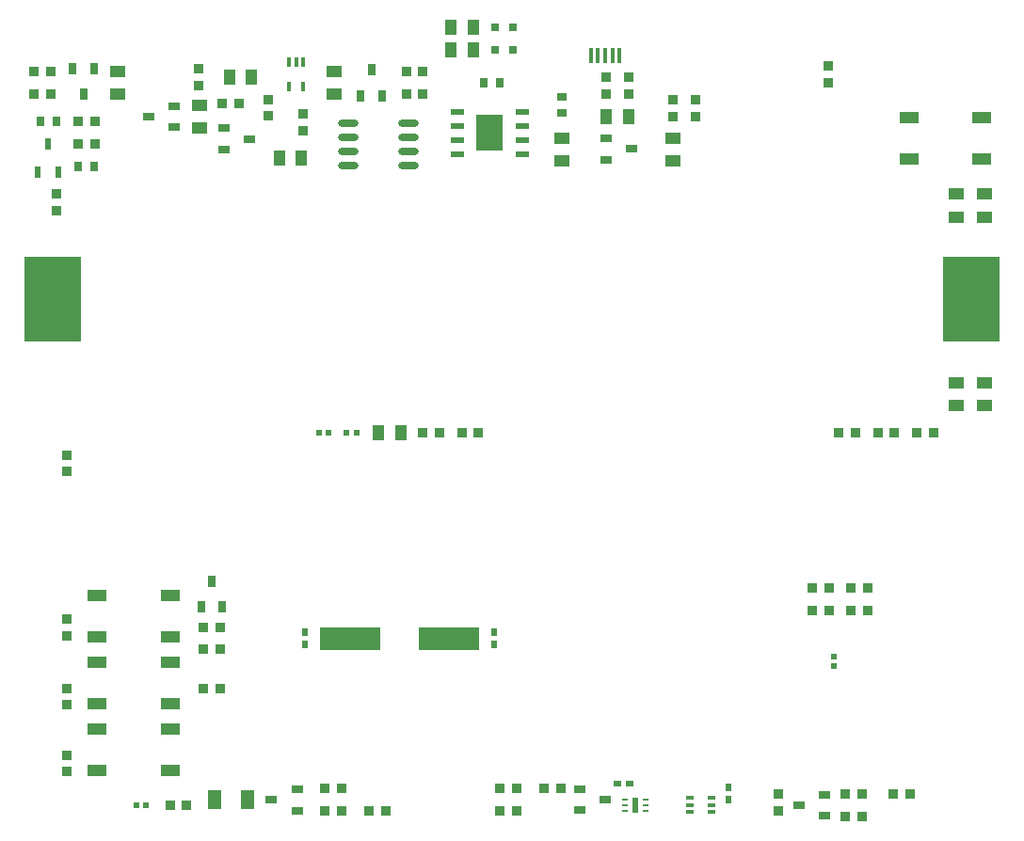
<source format=gbr>
%TF.GenerationSoftware,KiCad,Pcbnew,(7.0.0)*%
%TF.CreationDate,2023-04-14T02:25:45+02:00*%
%TF.ProjectId,EEE3088F_CKR,45454533-3038-4384-965f-434b522e6b69,0.2*%
%TF.SameCoordinates,Original*%
%TF.FileFunction,Paste,Top*%
%TF.FilePolarity,Positive*%
%FSLAX46Y46*%
G04 Gerber Fmt 4.6, Leading zero omitted, Abs format (unit mm)*
G04 Created by KiCad (PCBNEW (7.0.0)) date 2023-04-14 02:25:45*
%MOMM*%
%LPD*%
G01*
G04 APERTURE LIST*
%ADD10R,0.540005X0.565659*%
%ADD11R,0.806477X0.864008*%
%ADD12R,1.377013X1.132537*%
%ADD13R,1.000000X0.800000*%
%ADD14R,1.132537X1.377013*%
%ADD15R,0.400000X0.900000*%
%ADD16R,0.864008X0.806477*%
%ADD17R,1.399543X1.000000*%
%ADD18R,0.565659X0.540005*%
%ADD19R,0.780010X0.350013*%
%ADD20R,0.800000X0.800000*%
%ADD21R,1.700000X1.000000*%
%ADD22R,1.200000X0.600000*%
%ADD23R,2.400000X3.300000*%
%ADD24R,0.800000X1.000000*%
%ADD25R,0.584989X0.280010*%
%ADD26R,0.559995X1.370003*%
%ADD27R,0.800000X0.900000*%
%ADD28R,0.540005X0.790094*%
%ADD29R,1.207518X1.701016*%
%ADD30R,5.500000X2.000000*%
%ADD31R,5.080010X7.620015*%
%ADD32R,0.400000X1.400000*%
%ADD33R,0.900000X0.800000*%
%ADD34R,0.790094X0.540005*%
%ADD35O,1.864999X0.629997*%
%ADD36R,0.600000X1.070003*%
G04 APERTURE END LIST*
D10*
%TO.C,R52*%
X178999999Y-84499999D03*
X178999999Y-83634365D03*
%TD*%
D11*
%TO.C,R31*%
X150419999Y-97499999D03*
X148913267Y-97499999D03*
%TD*%
%TO.C,R45*%
X122246633Y-86499999D03*
X123753365Y-86499999D03*
%TD*%
D12*
%TO.C,R39*%
X192499999Y-60999999D03*
X192499999Y-58999999D03*
%TD*%
D13*
%TO.C,Q2*%
X124122786Y-36083186D03*
X124122786Y-37983212D03*
X126422812Y-37033250D03*
%TD*%
D14*
%TO.C,R130*%
X124593599Y-31495999D03*
X126593599Y-31495999D03*
%TD*%
D11*
%TO.C,R700*%
X123969267Y-33824165D03*
X125475999Y-33824165D03*
%TD*%
%TO.C,R40*%
X182006731Y-79499999D03*
X180499999Y-79499999D03*
%TD*%
D15*
%TO.C,U1*%
X131256837Y-30141923D03*
X130606850Y-30141923D03*
X129956863Y-30141923D03*
X129956863Y-32342075D03*
X131256837Y-32342075D03*
%TD*%
D16*
%TO.C,R120*%
X131208267Y-36313365D03*
X131208267Y-34806633D03*
%TD*%
D14*
%TO.C,R11*%
X144499999Y-26999999D03*
X146499999Y-26999999D03*
%TD*%
D17*
%TO.C,D5*%
X192499999Y-41999999D03*
X192499999Y-44100583D03*
%TD*%
D18*
%TO.C,R50*%
X135999999Y-63499999D03*
X135134365Y-63499999D03*
%TD*%
D12*
%TO.C,R59*%
X164499999Y-38999999D03*
X164499999Y-36999999D03*
%TD*%
D11*
%TO.C,R18*%
X110993267Y-35499999D03*
X112499999Y-35499999D03*
%TD*%
%TO.C,R48*%
X154419999Y-95499999D03*
X152913267Y-95499999D03*
%TD*%
%TO.C,R27*%
X133166633Y-95499999D03*
X134673365Y-95499999D03*
%TD*%
D19*
%TO.C,U6*%
X167999999Y-97649986D03*
X167999999Y-96999999D03*
X167999999Y-96350012D03*
X166020015Y-96350012D03*
X166020015Y-96999999D03*
X166020015Y-97649986D03*
%TD*%
D16*
%TO.C,R37*%
X109999999Y-93999999D03*
X109999999Y-92493267D03*
%TD*%
D11*
%TO.C,R46*%
X137166633Y-97499999D03*
X138673365Y-97499999D03*
%TD*%
%TO.C,R32*%
X185849986Y-95999999D03*
X184343254Y-95999999D03*
%TD*%
D20*
%TO.C,D2*%
X148499999Y-28999999D03*
X150098933Y-28993141D03*
%TD*%
D16*
%TO.C,R2*%
X158499999Y-32999999D03*
X158499999Y-31493267D03*
%TD*%
D21*
%TO.C,SW1*%
X192299974Y-38850190D03*
X185700024Y-38850215D03*
X192299974Y-35149783D03*
X185700024Y-35149808D03*
%TD*%
D22*
%TO.C,U2*%
X150908305Y-38405003D03*
X150908305Y-37135000D03*
X150908305Y-35864998D03*
X150908305Y-34594995D03*
X145091693Y-34594995D03*
X145091693Y-35864998D03*
X145091693Y-37135000D03*
X145091693Y-38405003D03*
D23*
X147999999Y-36499999D03*
%TD*%
D11*
%TO.C,R16*%
X108506731Y-30999999D03*
X106999999Y-30999999D03*
%TD*%
%TO.C,R56*%
X176999999Y-77499999D03*
X178506731Y-77499999D03*
%TD*%
%TO.C,R30*%
X179993267Y-95999999D03*
X181499999Y-95999999D03*
%TD*%
%TO.C,R55*%
X179413267Y-63499999D03*
X180919999Y-63499999D03*
%TD*%
%TO.C,R53*%
X145493267Y-63499999D03*
X146999999Y-63499999D03*
%TD*%
%TO.C,R43*%
X119246633Y-96999999D03*
X120753365Y-96999999D03*
%TD*%
D24*
%TO.C,Q4*%
X136406705Y-33149961D03*
X138306731Y-33149961D03*
X137356769Y-30849935D03*
%TD*%
D11*
%TO.C,R41*%
X182006731Y-77499999D03*
X180499999Y-77499999D03*
%TD*%
D16*
%TO.C,R1*%
X160499999Y-33006731D03*
X160499999Y-31499999D03*
%TD*%
D14*
%TO.C,R9*%
X146499999Y-28999999D03*
X144499999Y-28999999D03*
%TD*%
D11*
%TO.C,R34*%
X186413267Y-63499999D03*
X187919999Y-63499999D03*
%TD*%
%TO.C,R24*%
X123753365Y-80999999D03*
X122246633Y-80999999D03*
%TD*%
%TO.C,R19*%
X110993267Y-37499999D03*
X112499999Y-37499999D03*
%TD*%
D24*
%TO.C,Q5*%
X122049986Y-79150012D03*
X123950012Y-79150012D03*
X123000050Y-76849986D03*
%TD*%
D25*
%TO.C,U5*%
X160202523Y-96549935D03*
X160202523Y-97049808D03*
X160202523Y-97549935D03*
X162037423Y-97549935D03*
X162037423Y-97049808D03*
X162037423Y-96549935D03*
D26*
X161119973Y-97049808D03*
%TD*%
D21*
%TO.C,SW4*%
X119299974Y-93850190D03*
X112700024Y-93850215D03*
X119299974Y-90149783D03*
X112700024Y-90149808D03*
%TD*%
D11*
%TO.C,R54*%
X141993267Y-63499999D03*
X143499999Y-63499999D03*
%TD*%
D18*
%TO.C,TH1*%
X116253365Y-96999999D03*
X117118999Y-96999999D03*
%TD*%
D27*
%TO.C,C2*%
X147499999Y-31999999D03*
X148900049Y-31999999D03*
%TD*%
D16*
%TO.C,R58*%
X178499999Y-30493267D03*
X178499999Y-31999999D03*
%TD*%
D18*
%TO.C,R51*%
X132634365Y-63499999D03*
X133499999Y-63499999D03*
%TD*%
D28*
%TO.C,C8*%
X131419999Y-81409829D03*
X131419999Y-82499999D03*
%TD*%
D16*
%TO.C,R60*%
X164499999Y-34999999D03*
X164499999Y-33493267D03*
%TD*%
D13*
%TO.C,Q1*%
X158499999Y-36999999D03*
X158499999Y-38900025D03*
X160800025Y-37950063D03*
%TD*%
D29*
%TO.C,R28*%
X123295783Y-96499999D03*
X126253365Y-96499999D03*
%TD*%
D11*
%TO.C,R47*%
X179999999Y-97999999D03*
X181506731Y-97999999D03*
%TD*%
D16*
%TO.C,R36*%
X109999999Y-87999999D03*
X109999999Y-86493267D03*
%TD*%
D11*
%TO.C,R25*%
X133166633Y-97499999D03*
X134673365Y-97499999D03*
%TD*%
D12*
%TO.C,R620*%
X121919999Y-34051999D03*
X121919999Y-36051999D03*
%TD*%
D13*
%TO.C,Q90*%
X119615612Y-36002012D03*
X119615612Y-34101986D03*
X117315586Y-35051948D03*
%TD*%
D21*
%TO.C,SW2*%
X119299974Y-81850190D03*
X112700024Y-81850215D03*
X119299974Y-78149783D03*
X112700024Y-78149808D03*
%TD*%
D11*
%TO.C,R57*%
X176999999Y-79499999D03*
X178506731Y-79499999D03*
%TD*%
D20*
%TO.C,D3*%
X148499999Y-26999999D03*
X150098933Y-26993141D03*
%TD*%
D28*
%TO.C,C7*%
X148419999Y-81409829D03*
X148419999Y-82499999D03*
%TD*%
D11*
%TO.C,R33*%
X182913267Y-63499999D03*
X184419999Y-63499999D03*
%TD*%
D14*
%TO.C,R3*%
X158499999Y-34999999D03*
X160499999Y-34999999D03*
%TD*%
D16*
%TO.C,R23*%
X108999999Y-43506731D03*
X108999999Y-41999999D03*
%TD*%
D12*
%TO.C,R38*%
X189999999Y-60999999D03*
X189999999Y-58999999D03*
%TD*%
D13*
%TO.C,Q6*%
X130673365Y-97499999D03*
X130673365Y-95599973D03*
X128373339Y-96549935D03*
%TD*%
D27*
%TO.C,C4*%
X110999999Y-39499999D03*
X112400049Y-39499999D03*
%TD*%
D30*
%TO.C,Y1*%
X144320177Y-81999999D03*
X135419999Y-81999999D03*
%TD*%
D31*
%TO.C,B1*%
X108686816Y-51499999D03*
X191313182Y-51499999D03*
%TD*%
D11*
%TO.C,R21*%
X140499999Y-32999999D03*
X142006731Y-32999999D03*
%TD*%
D13*
%TO.C,Q8*%
X178150012Y-97950063D03*
X178150012Y-96050037D03*
X175849986Y-96999999D03*
%TD*%
D28*
%TO.C,C6*%
X169499999Y-96499999D03*
X169499999Y-95409829D03*
%TD*%
D13*
%TO.C,Q7*%
X156119973Y-95549935D03*
X156119973Y-97449961D03*
X158419999Y-96499999D03*
%TD*%
D21*
%TO.C,SW3*%
X119299974Y-87850190D03*
X112700024Y-87850215D03*
X119299974Y-84149783D03*
X112700024Y-84149808D03*
%TD*%
D11*
%TO.C,R15*%
X108506731Y-32999999D03*
X106999999Y-32999999D03*
%TD*%
D14*
%TO.C,R49*%
X139999999Y-63499999D03*
X137999999Y-63499999D03*
%TD*%
D16*
%TO.C,R800*%
X128117599Y-34992565D03*
X128117599Y-33485833D03*
%TD*%
D32*
%TO.C,U8*%
X159700025Y-29542671D03*
X159050037Y-29542671D03*
X158400050Y-29542671D03*
X157750063Y-29542671D03*
X157100075Y-29542671D03*
%TD*%
D33*
%TO.C,C1*%
X154499999Y-33299974D03*
X154499999Y-34700024D03*
%TD*%
D34*
%TO.C,C5*%
X159499999Y-95049935D03*
X160590169Y-95049935D03*
%TD*%
D11*
%TO.C,R26*%
X123753365Y-82999999D03*
X122246633Y-82999999D03*
%TD*%
D24*
%TO.C,Q3*%
X112406757Y-30699973D03*
X110506731Y-30699973D03*
X111456693Y-32999999D03*
%TD*%
D12*
%TO.C,R14*%
X154499999Y-36999999D03*
X154499999Y-38999999D03*
%TD*%
D35*
%TO.C,U9*%
X135317500Y-35594995D03*
X135317500Y-36864998D03*
X135317500Y-38135000D03*
X135317500Y-39405003D03*
X140682498Y-39405003D03*
X140682498Y-38135000D03*
X140682498Y-36864998D03*
X140682498Y-35594995D03*
%TD*%
D14*
%TO.C,R100*%
X131082799Y-38760399D03*
X129082799Y-38760399D03*
%TD*%
D27*
%TO.C,C3*%
X108999999Y-35499999D03*
X107599949Y-35499999D03*
%TD*%
D16*
%TO.C,R35*%
X109999999Y-81753365D03*
X109999999Y-80246633D03*
%TD*%
%TO.C,R400*%
X121818399Y-32240731D03*
X121818399Y-30733999D03*
%TD*%
D11*
%TO.C,R29*%
X150419999Y-95499999D03*
X148913267Y-95499999D03*
%TD*%
%TO.C,R20*%
X140499999Y-30999999D03*
X142006731Y-30999999D03*
%TD*%
D16*
%TO.C,R44*%
X109999999Y-65493267D03*
X109999999Y-66999999D03*
%TD*%
D17*
%TO.C,D4*%
X189999999Y-41999999D03*
X189999999Y-44100583D03*
%TD*%
D12*
%TO.C,R17*%
X114506731Y-32999999D03*
X114506731Y-30999999D03*
%TD*%
%TO.C,R22*%
X134006731Y-32999999D03*
X134006731Y-30999999D03*
%TD*%
D16*
%TO.C,R61*%
X166499999Y-34999999D03*
X166499999Y-33493267D03*
%TD*%
D36*
%TO.C,U4*%
X107314960Y-39999999D03*
X109214884Y-39999999D03*
X108264922Y-37529845D03*
%TD*%
D16*
%TO.C,R42*%
X173999999Y-97499999D03*
X173999999Y-95993267D03*
%TD*%
M02*

</source>
